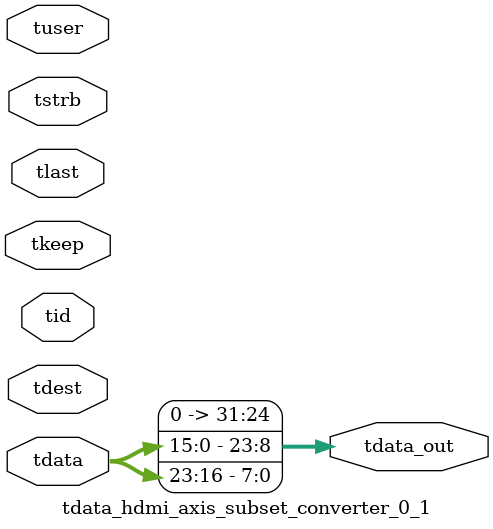
<source format=v>


`timescale 1ps/1ps

module tdata_hdmi_axis_subset_converter_0_1 #
(
parameter C_S_AXIS_TDATA_WIDTH = 32,
parameter C_S_AXIS_TUSER_WIDTH = 0,
parameter C_S_AXIS_TID_WIDTH   = 0,
parameter C_S_AXIS_TDEST_WIDTH = 0,
parameter C_M_AXIS_TDATA_WIDTH = 32
)
(
input  [(C_S_AXIS_TDATA_WIDTH == 0 ? 1 : C_S_AXIS_TDATA_WIDTH)-1:0     ] tdata,
input  [(C_S_AXIS_TUSER_WIDTH == 0 ? 1 : C_S_AXIS_TUSER_WIDTH)-1:0     ] tuser,
input  [(C_S_AXIS_TID_WIDTH   == 0 ? 1 : C_S_AXIS_TID_WIDTH)-1:0       ] tid,
input  [(C_S_AXIS_TDEST_WIDTH == 0 ? 1 : C_S_AXIS_TDEST_WIDTH)-1:0     ] tdest,
input  [(C_S_AXIS_TDATA_WIDTH/8)-1:0 ] tkeep,
input  [(C_S_AXIS_TDATA_WIDTH/8)-1:0 ] tstrb,
input                                                                    tlast,
output [C_M_AXIS_TDATA_WIDTH-1:0] tdata_out
);

assign tdata_out = {tdata[15:8],tdata[7:0],tdata[23:16]};

endmodule


</source>
